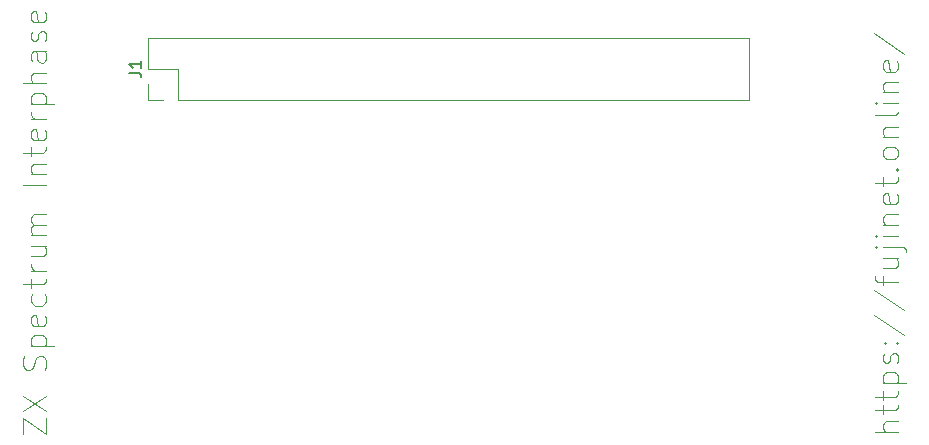
<source format=gbr>
%TF.GenerationSoftware,KiCad,Pcbnew,8.0.5*%
%TF.CreationDate,2024-10-04T15:37:23-04:00*%
%TF.ProjectId,ZX Spectrum Adapter,5a582053-7065-4637-9472-756d20416461,rev?*%
%TF.SameCoordinates,Original*%
%TF.FileFunction,Legend,Top*%
%TF.FilePolarity,Positive*%
%FSLAX46Y46*%
G04 Gerber Fmt 4.6, Leading zero omitted, Abs format (unit mm)*
G04 Created by KiCad (PCBNEW 8.0.5) date 2024-10-04 15:37:23*
%MOMM*%
%LPD*%
G01*
G04 APERTURE LIST*
%ADD10C,0.100000*%
%ADD11C,0.150000*%
%ADD12C,0.120000*%
G04 APERTURE END LIST*
D10*
X138942038Y-120870020D02*
X136942038Y-120870020D01*
X138942038Y-120012877D02*
X137894419Y-120012877D01*
X137894419Y-120012877D02*
X137703942Y-120108115D01*
X137703942Y-120108115D02*
X137608704Y-120298591D01*
X137608704Y-120298591D02*
X137608704Y-120584306D01*
X137608704Y-120584306D02*
X137703942Y-120774782D01*
X137703942Y-120774782D02*
X137799180Y-120870020D01*
X137608704Y-119346210D02*
X137608704Y-118584306D01*
X136942038Y-119060496D02*
X138656323Y-119060496D01*
X138656323Y-119060496D02*
X138846800Y-118965258D01*
X138846800Y-118965258D02*
X138942038Y-118774782D01*
X138942038Y-118774782D02*
X138942038Y-118584306D01*
X137608704Y-118203353D02*
X137608704Y-117441449D01*
X136942038Y-117917639D02*
X138656323Y-117917639D01*
X138656323Y-117917639D02*
X138846800Y-117822401D01*
X138846800Y-117822401D02*
X138942038Y-117631925D01*
X138942038Y-117631925D02*
X138942038Y-117441449D01*
X137608704Y-116774782D02*
X139608704Y-116774782D01*
X137703942Y-116774782D02*
X137608704Y-116584306D01*
X137608704Y-116584306D02*
X137608704Y-116203353D01*
X137608704Y-116203353D02*
X137703942Y-116012877D01*
X137703942Y-116012877D02*
X137799180Y-115917639D01*
X137799180Y-115917639D02*
X137989657Y-115822401D01*
X137989657Y-115822401D02*
X138561085Y-115822401D01*
X138561085Y-115822401D02*
X138751561Y-115917639D01*
X138751561Y-115917639D02*
X138846800Y-116012877D01*
X138846800Y-116012877D02*
X138942038Y-116203353D01*
X138942038Y-116203353D02*
X138942038Y-116584306D01*
X138942038Y-116584306D02*
X138846800Y-116774782D01*
X138846800Y-115060496D02*
X138942038Y-114870020D01*
X138942038Y-114870020D02*
X138942038Y-114489068D01*
X138942038Y-114489068D02*
X138846800Y-114298591D01*
X138846800Y-114298591D02*
X138656323Y-114203353D01*
X138656323Y-114203353D02*
X138561085Y-114203353D01*
X138561085Y-114203353D02*
X138370609Y-114298591D01*
X138370609Y-114298591D02*
X138275371Y-114489068D01*
X138275371Y-114489068D02*
X138275371Y-114774782D01*
X138275371Y-114774782D02*
X138180133Y-114965258D01*
X138180133Y-114965258D02*
X137989657Y-115060496D01*
X137989657Y-115060496D02*
X137894419Y-115060496D01*
X137894419Y-115060496D02*
X137703942Y-114965258D01*
X137703942Y-114965258D02*
X137608704Y-114774782D01*
X137608704Y-114774782D02*
X137608704Y-114489068D01*
X137608704Y-114489068D02*
X137703942Y-114298591D01*
X138751561Y-113346210D02*
X138846800Y-113250972D01*
X138846800Y-113250972D02*
X138942038Y-113346210D01*
X138942038Y-113346210D02*
X138846800Y-113441448D01*
X138846800Y-113441448D02*
X138751561Y-113346210D01*
X138751561Y-113346210D02*
X138942038Y-113346210D01*
X137703942Y-113346210D02*
X137799180Y-113250972D01*
X137799180Y-113250972D02*
X137894419Y-113346210D01*
X137894419Y-113346210D02*
X137799180Y-113441448D01*
X137799180Y-113441448D02*
X137703942Y-113346210D01*
X137703942Y-113346210D02*
X137894419Y-113346210D01*
X136846800Y-110965258D02*
X139418228Y-112679543D01*
X136846800Y-108870020D02*
X139418228Y-110584305D01*
X137608704Y-108489067D02*
X137608704Y-107727163D01*
X138942038Y-108203353D02*
X137227752Y-108203353D01*
X137227752Y-108203353D02*
X137037276Y-108108115D01*
X137037276Y-108108115D02*
X136942038Y-107917639D01*
X136942038Y-107917639D02*
X136942038Y-107727163D01*
X137608704Y-106203353D02*
X138942038Y-106203353D01*
X137608704Y-107060496D02*
X138656323Y-107060496D01*
X138656323Y-107060496D02*
X138846800Y-106965258D01*
X138846800Y-106965258D02*
X138942038Y-106774782D01*
X138942038Y-106774782D02*
X138942038Y-106489067D01*
X138942038Y-106489067D02*
X138846800Y-106298591D01*
X138846800Y-106298591D02*
X138751561Y-106203353D01*
X137608704Y-105250972D02*
X139322990Y-105250972D01*
X139322990Y-105250972D02*
X139513466Y-105346210D01*
X139513466Y-105346210D02*
X139608704Y-105536686D01*
X139608704Y-105536686D02*
X139608704Y-105631924D01*
X136942038Y-105250972D02*
X137037276Y-105346210D01*
X137037276Y-105346210D02*
X137132514Y-105250972D01*
X137132514Y-105250972D02*
X137037276Y-105155734D01*
X137037276Y-105155734D02*
X136942038Y-105250972D01*
X136942038Y-105250972D02*
X137132514Y-105250972D01*
X138942038Y-104298591D02*
X137608704Y-104298591D01*
X136942038Y-104298591D02*
X137037276Y-104393829D01*
X137037276Y-104393829D02*
X137132514Y-104298591D01*
X137132514Y-104298591D02*
X137037276Y-104203353D01*
X137037276Y-104203353D02*
X136942038Y-104298591D01*
X136942038Y-104298591D02*
X137132514Y-104298591D01*
X137608704Y-103346210D02*
X138942038Y-103346210D01*
X137799180Y-103346210D02*
X137703942Y-103250972D01*
X137703942Y-103250972D02*
X137608704Y-103060496D01*
X137608704Y-103060496D02*
X137608704Y-102774781D01*
X137608704Y-102774781D02*
X137703942Y-102584305D01*
X137703942Y-102584305D02*
X137894419Y-102489067D01*
X137894419Y-102489067D02*
X138942038Y-102489067D01*
X138846800Y-100774781D02*
X138942038Y-100965257D01*
X138942038Y-100965257D02*
X138942038Y-101346210D01*
X138942038Y-101346210D02*
X138846800Y-101536686D01*
X138846800Y-101536686D02*
X138656323Y-101631924D01*
X138656323Y-101631924D02*
X137894419Y-101631924D01*
X137894419Y-101631924D02*
X137703942Y-101536686D01*
X137703942Y-101536686D02*
X137608704Y-101346210D01*
X137608704Y-101346210D02*
X137608704Y-100965257D01*
X137608704Y-100965257D02*
X137703942Y-100774781D01*
X137703942Y-100774781D02*
X137894419Y-100679543D01*
X137894419Y-100679543D02*
X138084895Y-100679543D01*
X138084895Y-100679543D02*
X138275371Y-101631924D01*
X137608704Y-100108114D02*
X137608704Y-99346210D01*
X136942038Y-99822400D02*
X138656323Y-99822400D01*
X138656323Y-99822400D02*
X138846800Y-99727162D01*
X138846800Y-99727162D02*
X138942038Y-99536686D01*
X138942038Y-99536686D02*
X138942038Y-99346210D01*
X138751561Y-98679543D02*
X138846800Y-98584305D01*
X138846800Y-98584305D02*
X138942038Y-98679543D01*
X138942038Y-98679543D02*
X138846800Y-98774781D01*
X138846800Y-98774781D02*
X138751561Y-98679543D01*
X138751561Y-98679543D02*
X138942038Y-98679543D01*
X138942038Y-97441448D02*
X138846800Y-97631924D01*
X138846800Y-97631924D02*
X138751561Y-97727162D01*
X138751561Y-97727162D02*
X138561085Y-97822400D01*
X138561085Y-97822400D02*
X137989657Y-97822400D01*
X137989657Y-97822400D02*
X137799180Y-97727162D01*
X137799180Y-97727162D02*
X137703942Y-97631924D01*
X137703942Y-97631924D02*
X137608704Y-97441448D01*
X137608704Y-97441448D02*
X137608704Y-97155733D01*
X137608704Y-97155733D02*
X137703942Y-96965257D01*
X137703942Y-96965257D02*
X137799180Y-96870019D01*
X137799180Y-96870019D02*
X137989657Y-96774781D01*
X137989657Y-96774781D02*
X138561085Y-96774781D01*
X138561085Y-96774781D02*
X138751561Y-96870019D01*
X138751561Y-96870019D02*
X138846800Y-96965257D01*
X138846800Y-96965257D02*
X138942038Y-97155733D01*
X138942038Y-97155733D02*
X138942038Y-97441448D01*
X137608704Y-95917638D02*
X138942038Y-95917638D01*
X137799180Y-95917638D02*
X137703942Y-95822400D01*
X137703942Y-95822400D02*
X137608704Y-95631924D01*
X137608704Y-95631924D02*
X137608704Y-95346209D01*
X137608704Y-95346209D02*
X137703942Y-95155733D01*
X137703942Y-95155733D02*
X137894419Y-95060495D01*
X137894419Y-95060495D02*
X138942038Y-95060495D01*
X138942038Y-93822400D02*
X138846800Y-94012876D01*
X138846800Y-94012876D02*
X138656323Y-94108114D01*
X138656323Y-94108114D02*
X136942038Y-94108114D01*
X138942038Y-93060495D02*
X137608704Y-93060495D01*
X136942038Y-93060495D02*
X137037276Y-93155733D01*
X137037276Y-93155733D02*
X137132514Y-93060495D01*
X137132514Y-93060495D02*
X137037276Y-92965257D01*
X137037276Y-92965257D02*
X136942038Y-93060495D01*
X136942038Y-93060495D02*
X137132514Y-93060495D01*
X137608704Y-92108114D02*
X138942038Y-92108114D01*
X137799180Y-92108114D02*
X137703942Y-92012876D01*
X137703942Y-92012876D02*
X137608704Y-91822400D01*
X137608704Y-91822400D02*
X137608704Y-91536685D01*
X137608704Y-91536685D02*
X137703942Y-91346209D01*
X137703942Y-91346209D02*
X137894419Y-91250971D01*
X137894419Y-91250971D02*
X138942038Y-91250971D01*
X138846800Y-89536685D02*
X138942038Y-89727161D01*
X138942038Y-89727161D02*
X138942038Y-90108114D01*
X138942038Y-90108114D02*
X138846800Y-90298590D01*
X138846800Y-90298590D02*
X138656323Y-90393828D01*
X138656323Y-90393828D02*
X137894419Y-90393828D01*
X137894419Y-90393828D02*
X137703942Y-90298590D01*
X137703942Y-90298590D02*
X137608704Y-90108114D01*
X137608704Y-90108114D02*
X137608704Y-89727161D01*
X137608704Y-89727161D02*
X137703942Y-89536685D01*
X137703942Y-89536685D02*
X137894419Y-89441447D01*
X137894419Y-89441447D02*
X138084895Y-89441447D01*
X138084895Y-89441447D02*
X138275371Y-90393828D01*
X136846800Y-87155733D02*
X139418228Y-88870018D01*
X64806038Y-121060496D02*
X64806038Y-119727163D01*
X64806038Y-119727163D02*
X66806038Y-121060496D01*
X66806038Y-121060496D02*
X66806038Y-119727163D01*
X64806038Y-119155734D02*
X66806038Y-117822401D01*
X64806038Y-117822401D02*
X66806038Y-119155734D01*
X66710800Y-115631924D02*
X66806038Y-115346210D01*
X66806038Y-115346210D02*
X66806038Y-114870019D01*
X66806038Y-114870019D02*
X66710800Y-114679543D01*
X66710800Y-114679543D02*
X66615561Y-114584305D01*
X66615561Y-114584305D02*
X66425085Y-114489067D01*
X66425085Y-114489067D02*
X66234609Y-114489067D01*
X66234609Y-114489067D02*
X66044133Y-114584305D01*
X66044133Y-114584305D02*
X65948895Y-114679543D01*
X65948895Y-114679543D02*
X65853657Y-114870019D01*
X65853657Y-114870019D02*
X65758419Y-115250972D01*
X65758419Y-115250972D02*
X65663180Y-115441448D01*
X65663180Y-115441448D02*
X65567942Y-115536686D01*
X65567942Y-115536686D02*
X65377466Y-115631924D01*
X65377466Y-115631924D02*
X65186990Y-115631924D01*
X65186990Y-115631924D02*
X64996514Y-115536686D01*
X64996514Y-115536686D02*
X64901276Y-115441448D01*
X64901276Y-115441448D02*
X64806038Y-115250972D01*
X64806038Y-115250972D02*
X64806038Y-114774781D01*
X64806038Y-114774781D02*
X64901276Y-114489067D01*
X65472704Y-113631924D02*
X67472704Y-113631924D01*
X65567942Y-113631924D02*
X65472704Y-113441448D01*
X65472704Y-113441448D02*
X65472704Y-113060495D01*
X65472704Y-113060495D02*
X65567942Y-112870019D01*
X65567942Y-112870019D02*
X65663180Y-112774781D01*
X65663180Y-112774781D02*
X65853657Y-112679543D01*
X65853657Y-112679543D02*
X66425085Y-112679543D01*
X66425085Y-112679543D02*
X66615561Y-112774781D01*
X66615561Y-112774781D02*
X66710800Y-112870019D01*
X66710800Y-112870019D02*
X66806038Y-113060495D01*
X66806038Y-113060495D02*
X66806038Y-113441448D01*
X66806038Y-113441448D02*
X66710800Y-113631924D01*
X66710800Y-111060495D02*
X66806038Y-111250971D01*
X66806038Y-111250971D02*
X66806038Y-111631924D01*
X66806038Y-111631924D02*
X66710800Y-111822400D01*
X66710800Y-111822400D02*
X66520323Y-111917638D01*
X66520323Y-111917638D02*
X65758419Y-111917638D01*
X65758419Y-111917638D02*
X65567942Y-111822400D01*
X65567942Y-111822400D02*
X65472704Y-111631924D01*
X65472704Y-111631924D02*
X65472704Y-111250971D01*
X65472704Y-111250971D02*
X65567942Y-111060495D01*
X65567942Y-111060495D02*
X65758419Y-110965257D01*
X65758419Y-110965257D02*
X65948895Y-110965257D01*
X65948895Y-110965257D02*
X66139371Y-111917638D01*
X66710800Y-109250971D02*
X66806038Y-109441447D01*
X66806038Y-109441447D02*
X66806038Y-109822400D01*
X66806038Y-109822400D02*
X66710800Y-110012876D01*
X66710800Y-110012876D02*
X66615561Y-110108114D01*
X66615561Y-110108114D02*
X66425085Y-110203352D01*
X66425085Y-110203352D02*
X65853657Y-110203352D01*
X65853657Y-110203352D02*
X65663180Y-110108114D01*
X65663180Y-110108114D02*
X65567942Y-110012876D01*
X65567942Y-110012876D02*
X65472704Y-109822400D01*
X65472704Y-109822400D02*
X65472704Y-109441447D01*
X65472704Y-109441447D02*
X65567942Y-109250971D01*
X65472704Y-108679542D02*
X65472704Y-107917638D01*
X64806038Y-108393828D02*
X66520323Y-108393828D01*
X66520323Y-108393828D02*
X66710800Y-108298590D01*
X66710800Y-108298590D02*
X66806038Y-108108114D01*
X66806038Y-108108114D02*
X66806038Y-107917638D01*
X66806038Y-107250971D02*
X65472704Y-107250971D01*
X65853657Y-107250971D02*
X65663180Y-107155733D01*
X65663180Y-107155733D02*
X65567942Y-107060495D01*
X65567942Y-107060495D02*
X65472704Y-106870019D01*
X65472704Y-106870019D02*
X65472704Y-106679542D01*
X65472704Y-105155733D02*
X66806038Y-105155733D01*
X65472704Y-106012876D02*
X66520323Y-106012876D01*
X66520323Y-106012876D02*
X66710800Y-105917638D01*
X66710800Y-105917638D02*
X66806038Y-105727162D01*
X66806038Y-105727162D02*
X66806038Y-105441447D01*
X66806038Y-105441447D02*
X66710800Y-105250971D01*
X66710800Y-105250971D02*
X66615561Y-105155733D01*
X66806038Y-104203352D02*
X65472704Y-104203352D01*
X65663180Y-104203352D02*
X65567942Y-104108114D01*
X65567942Y-104108114D02*
X65472704Y-103917638D01*
X65472704Y-103917638D02*
X65472704Y-103631923D01*
X65472704Y-103631923D02*
X65567942Y-103441447D01*
X65567942Y-103441447D02*
X65758419Y-103346209D01*
X65758419Y-103346209D02*
X66806038Y-103346209D01*
X65758419Y-103346209D02*
X65567942Y-103250971D01*
X65567942Y-103250971D02*
X65472704Y-103060495D01*
X65472704Y-103060495D02*
X65472704Y-102774781D01*
X65472704Y-102774781D02*
X65567942Y-102584304D01*
X65567942Y-102584304D02*
X65758419Y-102489066D01*
X65758419Y-102489066D02*
X66806038Y-102489066D01*
X66806038Y-100012875D02*
X64806038Y-100012875D01*
X65472704Y-99060494D02*
X66806038Y-99060494D01*
X65663180Y-99060494D02*
X65567942Y-98965256D01*
X65567942Y-98965256D02*
X65472704Y-98774780D01*
X65472704Y-98774780D02*
X65472704Y-98489065D01*
X65472704Y-98489065D02*
X65567942Y-98298589D01*
X65567942Y-98298589D02*
X65758419Y-98203351D01*
X65758419Y-98203351D02*
X66806038Y-98203351D01*
X65472704Y-97536684D02*
X65472704Y-96774780D01*
X64806038Y-97250970D02*
X66520323Y-97250970D01*
X66520323Y-97250970D02*
X66710800Y-97155732D01*
X66710800Y-97155732D02*
X66806038Y-96965256D01*
X66806038Y-96965256D02*
X66806038Y-96774780D01*
X66710800Y-95346208D02*
X66806038Y-95536684D01*
X66806038Y-95536684D02*
X66806038Y-95917637D01*
X66806038Y-95917637D02*
X66710800Y-96108113D01*
X66710800Y-96108113D02*
X66520323Y-96203351D01*
X66520323Y-96203351D02*
X65758419Y-96203351D01*
X65758419Y-96203351D02*
X65567942Y-96108113D01*
X65567942Y-96108113D02*
X65472704Y-95917637D01*
X65472704Y-95917637D02*
X65472704Y-95536684D01*
X65472704Y-95536684D02*
X65567942Y-95346208D01*
X65567942Y-95346208D02*
X65758419Y-95250970D01*
X65758419Y-95250970D02*
X65948895Y-95250970D01*
X65948895Y-95250970D02*
X66139371Y-96203351D01*
X66806038Y-94393827D02*
X65472704Y-94393827D01*
X65853657Y-94393827D02*
X65663180Y-94298589D01*
X65663180Y-94298589D02*
X65567942Y-94203351D01*
X65567942Y-94203351D02*
X65472704Y-94012875D01*
X65472704Y-94012875D02*
X65472704Y-93822398D01*
X65472704Y-93155732D02*
X67472704Y-93155732D01*
X65567942Y-93155732D02*
X65472704Y-92965256D01*
X65472704Y-92965256D02*
X65472704Y-92584303D01*
X65472704Y-92584303D02*
X65567942Y-92393827D01*
X65567942Y-92393827D02*
X65663180Y-92298589D01*
X65663180Y-92298589D02*
X65853657Y-92203351D01*
X65853657Y-92203351D02*
X66425085Y-92203351D01*
X66425085Y-92203351D02*
X66615561Y-92298589D01*
X66615561Y-92298589D02*
X66710800Y-92393827D01*
X66710800Y-92393827D02*
X66806038Y-92584303D01*
X66806038Y-92584303D02*
X66806038Y-92965256D01*
X66806038Y-92965256D02*
X66710800Y-93155732D01*
X66806038Y-91346208D02*
X64806038Y-91346208D01*
X66806038Y-90489065D02*
X65758419Y-90489065D01*
X65758419Y-90489065D02*
X65567942Y-90584303D01*
X65567942Y-90584303D02*
X65472704Y-90774779D01*
X65472704Y-90774779D02*
X65472704Y-91060494D01*
X65472704Y-91060494D02*
X65567942Y-91250970D01*
X65567942Y-91250970D02*
X65663180Y-91346208D01*
X66806038Y-88679541D02*
X65758419Y-88679541D01*
X65758419Y-88679541D02*
X65567942Y-88774779D01*
X65567942Y-88774779D02*
X65472704Y-88965255D01*
X65472704Y-88965255D02*
X65472704Y-89346208D01*
X65472704Y-89346208D02*
X65567942Y-89536684D01*
X66710800Y-88679541D02*
X66806038Y-88870017D01*
X66806038Y-88870017D02*
X66806038Y-89346208D01*
X66806038Y-89346208D02*
X66710800Y-89536684D01*
X66710800Y-89536684D02*
X66520323Y-89631922D01*
X66520323Y-89631922D02*
X66329847Y-89631922D01*
X66329847Y-89631922D02*
X66139371Y-89536684D01*
X66139371Y-89536684D02*
X66044133Y-89346208D01*
X66044133Y-89346208D02*
X66044133Y-88870017D01*
X66044133Y-88870017D02*
X65948895Y-88679541D01*
X66710800Y-87822398D02*
X66806038Y-87631922D01*
X66806038Y-87631922D02*
X66806038Y-87250970D01*
X66806038Y-87250970D02*
X66710800Y-87060493D01*
X66710800Y-87060493D02*
X66520323Y-86965255D01*
X66520323Y-86965255D02*
X66425085Y-86965255D01*
X66425085Y-86965255D02*
X66234609Y-87060493D01*
X66234609Y-87060493D02*
X66139371Y-87250970D01*
X66139371Y-87250970D02*
X66139371Y-87536684D01*
X66139371Y-87536684D02*
X66044133Y-87727160D01*
X66044133Y-87727160D02*
X65853657Y-87822398D01*
X65853657Y-87822398D02*
X65758419Y-87822398D01*
X65758419Y-87822398D02*
X65567942Y-87727160D01*
X65567942Y-87727160D02*
X65472704Y-87536684D01*
X65472704Y-87536684D02*
X65472704Y-87250970D01*
X65472704Y-87250970D02*
X65567942Y-87060493D01*
X66710800Y-85346207D02*
X66806038Y-85536683D01*
X66806038Y-85536683D02*
X66806038Y-85917636D01*
X66806038Y-85917636D02*
X66710800Y-86108112D01*
X66710800Y-86108112D02*
X66520323Y-86203350D01*
X66520323Y-86203350D02*
X65758419Y-86203350D01*
X65758419Y-86203350D02*
X65567942Y-86108112D01*
X65567942Y-86108112D02*
X65472704Y-85917636D01*
X65472704Y-85917636D02*
X65472704Y-85536683D01*
X65472704Y-85536683D02*
X65567942Y-85346207D01*
X65567942Y-85346207D02*
X65758419Y-85250969D01*
X65758419Y-85250969D02*
X65948895Y-85250969D01*
X65948895Y-85250969D02*
X66139371Y-86203350D01*
D11*
X73832819Y-90503333D02*
X74547104Y-90503333D01*
X74547104Y-90503333D02*
X74689961Y-90550952D01*
X74689961Y-90550952D02*
X74785200Y-90646190D01*
X74785200Y-90646190D02*
X74832819Y-90789047D01*
X74832819Y-90789047D02*
X74832819Y-90884285D01*
X74832819Y-89503333D02*
X74832819Y-90074761D01*
X74832819Y-89789047D02*
X73832819Y-89789047D01*
X73832819Y-89789047D02*
X73975676Y-89884285D01*
X73975676Y-89884285D02*
X74070914Y-89979523D01*
X74070914Y-89979523D02*
X74118533Y-90074761D01*
D12*
%TO.C,J1*%
X75378000Y-87570000D02*
X126298000Y-87570000D01*
X75378000Y-90170000D02*
X75378000Y-87570000D01*
X75378000Y-92770000D02*
X75378000Y-91440000D01*
X76708000Y-92770000D02*
X75378000Y-92770000D01*
X77978000Y-90170000D02*
X75378000Y-90170000D01*
X77978000Y-92770000D02*
X77978000Y-90170000D01*
X77978000Y-92770000D02*
X126298000Y-92770000D01*
X126298000Y-92770000D02*
X126298000Y-87570000D01*
%TD*%
M02*

</source>
